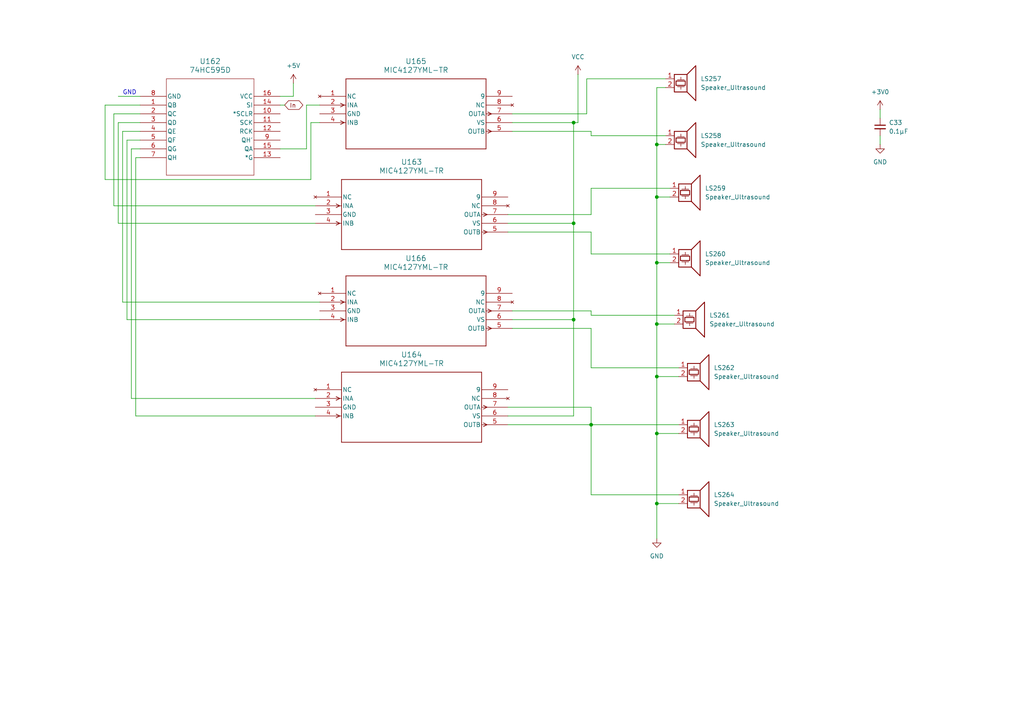
<source format=kicad_sch>
(kicad_sch (version 20250114) (generator "eeschema") (generator_version "9.0")
  (paper "A4")
  (lib_symbols
    (symbol "2025-12-28_09-02-17:MIC4127YML-TR" (pin_names (offset 0.254))
      (property "Reference" "U" (at 27.94 10.16 0))
      (property "Value" "MIC4127YML-TR" (at 27.94 7.62 0))
      (symbol "MIC4127YML-TR_0_1"
        (polyline (pts (xy 7.0993 -2.54) (xy 6.0579 -2.0193)) (stroke (width 0.2032)))
        (polyline (pts (xy 7.0993 -2.54) (xy 6.0579 -3.0607)) (stroke (width 0.2032)))
        (polyline (pts (xy 7.0993 -7.62) (xy 6.0579 -7.0993)) (stroke (width 0.2032)))
        (polyline (pts (xy 7.0993 -7.62) (xy 6.0579 -8.1407)) (stroke (width 0.2032)))
        (polyline (pts (xy 7.62 5.08) (xy 7.62 -15.24)) (stroke (width 0.2032)))
        (polyline (pts (xy 7.62 -15.24) (xy 48.26 -15.24)) (stroke (width 0.2032)))
        (polyline (pts (xy 48.26 5.08) (xy 7.62 5.08)) (stroke (width 0.2032)))
        (polyline (pts (xy 48.26 -15.24) (xy 48.26 5.08)) (stroke (width 0.2032)))
        (polyline (pts (xy 48.7807 -4.5593) (xy 49.8221 -5.08)) (stroke (width 0.2032)))
        (polyline (pts (xy 48.7807 -5.6007) (xy 49.8221 -5.08)) (stroke (width 0.2032)))
        (polyline (pts (xy 48.7807 -9.6393) (xy 49.8221 -10.16)) (stroke (width 0.2032)))
        (polyline (pts (xy 48.7807 -10.6807) (xy 49.8221 -10.16)) (stroke (width 0.2032)))
        (pin no_connect line (at 0 0 0) (length 7.62) (name "NC") (number "1"))
        (pin input line (at 0 -2.54 0) (length 7.62) (name "INA") (number "2"))
        (pin power_in line (at 0 -5.08 0) (length 7.62) (name "GND") (number "3"))
        (pin input line (at 0 -7.62 0) (length 7.62) (name "INB") (number "4"))
        (pin unspecified line (at 55.88 0 180) (length 7.62) (name "9") (number "9"))
        (pin no_connect line (at 55.88 -2.54 180) (length 7.62) (name "NC") (number "8"))
        (pin output line (at 55.88 -5.08 180) (length 7.62) (name "OUTA") (number "7"))
        (pin power_in line (at 55.88 -7.62 180) (length 7.62) (name "VS") (number "6"))
        (pin output line (at 55.88 -10.16 180) (length 7.62) (name "OUTB") (number "5"))
      )
    )
    (symbol "2025-12-28_09-22-42:74HC595D" (pin_names (offset 0.254))
      (property "Reference" "U" (at 20.32 10.16 0))
      (property "Value" "74HC595D" (at 20.32 7.62 0))
      (symbol "74HC595D_0_1"
        (polyline (pts (xy 7.62 5.08) (xy 7.62 -22.86)) (stroke (width 0.127)))
        (polyline (pts (xy 7.62 -22.86) (xy 33.02 -22.86)) (stroke (width 0.127)))
        (polyline (pts (xy 33.02 5.08) (xy 7.62 5.08)) (stroke (width 0.127)))
        (polyline (pts (xy 33.02 -22.86) (xy 33.02 5.08)) (stroke (width 0.127)))
        (pin power_out line (at 0 0 0) (length 7.62) (name "GND") (number "8"))
        (pin output line (at 0 -2.54 0) (length 7.62) (name "QB") (number "1"))
        (pin output line (at 0 -5.08 0) (length 7.62) (name "QC") (number "2"))
        (pin output line (at 0 -7.62 0) (length 7.62) (name "QD") (number "3"))
        (pin output line (at 0 -10.16 0) (length 7.62) (name "QE") (number "4"))
        (pin output line (at 0 -12.7 0) (length 7.62) (name "QF") (number "5"))
        (pin output line (at 0 -15.24 0) (length 7.62) (name "QG") (number "6"))
        (pin output line (at 0 -17.78 0) (length 7.62) (name "QH") (number "7"))
        (pin power_in line (at 40.64 0 180) (length 7.62) (name "VCC") (number "16"))
        (pin input line (at 40.64 -2.54 180) (length 7.62) (name "SI") (number "14"))
        (pin input line (at 40.64 -5.08 180) (length 7.62) (name "*SCLR") (number "10"))
        (pin input line (at 40.64 -7.62 180) (length 7.62) (name "SCK") (number "11"))
        (pin input line (at 40.64 -10.16 180) (length 7.62) (name "RCK") (number "12"))
        (pin output line (at 40.64 -12.7 180) (length 7.62) (name "QH'") (number "9"))
        (pin output line (at 40.64 -15.24 180) (length 7.62) (name "QA") (number "15"))
        (pin input line (at 40.64 -17.78 180) (length 7.62) (name "*G") (number "13"))
      )
    )
    (symbol "Device:C_Small" (pin_numbers (hide yes)) (pin_names (offset 0.254) (hide yes))
      (property "Reference" "C" (at 0.254 1.778 0))
      (property "Value" "C_Small" (at 0.254 -2.032 0))
      (symbol "C_Small_0_1"
        (polyline (pts (xy -1.524 0.508) (xy 1.524 0.508)) (stroke (width 0.3048)))
        (polyline (pts (xy -1.524 -0.508) (xy 1.524 -0.508)) (stroke (width 0.3302)))
      )
      (symbol "C_Small_1_1"
        (pin passive line (at 0 2.54 270) (length 2.032) (name "~") (number "1"))
        (pin passive line (at 0 -2.54 90) (length 2.032) (name "~") (number "2"))
      )
    )
    (symbol "Device:Speaker_Ultrasound" (pin_names (offset 0) (hide yes))
      (property "Reference" "LS" (at 0.635 5.715 0))
      (property "Value" "Speaker_Ultrasound" (at 0.635 3.81 0))
      (symbol "Speaker_Ultrasound_0_0"
        (rectangle (start -2.54 1.27) (end 1.143 -3.81) (stroke (width 0.254)))
        (rectangle (start -2.032 -0.635) (end 0.635 -1.905) (stroke (width 0.254)))
        (polyline (pts (xy -1.651 -0.254) (xy 0.381 -0.254)))
        (polyline (pts (xy -1.651 -2.286) (xy 0.381 -2.286)))
        (polyline (pts (xy -0.635 -0.254) (xy -0.635 0.508)))
        (polyline (pts (xy -0.635 -2.286) (xy -0.635 -3.048)))
        (polyline (pts (xy 1.143 1.27) (xy 3.683 3.81) (xy 3.683 -6.35) (xy 1.143 -3.81)) (stroke (width 0.254)))
      )
      (symbol "Speaker_Ultrasound_1_1"
        (pin input line (at -5.08 0 0) (length 2.54) (name "1") (number "1"))
        (pin input line (at -5.08 -2.54 0) (length 2.54) (name "2") (number "2"))
      )
    )
    (symbol "power:+3V0" (power) (pin_numbers (hide yes)) (pin_names (offset 0) (hide yes))
      (property "Value" "+3V0" (at 0 3.556 0))
      (symbol "+3V0_0_1"
        (polyline (pts (xy -0.762 1.27) (xy 0 2.54)))
        (polyline (pts (xy 0 2.54) (xy 0.762 1.27)))
        (polyline (pts (xy 0 0) (xy 0 2.54)))
      )
      (symbol "+3V0_1_1"
        (pin power_in line (at 0 0 90) (length 0) (name "~") (number "1"))
      )
    )
    (symbol "power:+5V" (power) (pin_numbers (hide yes)) (pin_names (offset 0) (hide yes))
      (property "Value" "+5V" (at 0 3.556 0))
      (symbol "+5V_0_1"
        (polyline (pts (xy -0.762 1.27) (xy 0 2.54)))
        (polyline (pts (xy 0 2.54) (xy 0.762 1.27)))
        (polyline (pts (xy 0 0) (xy 0 2.54)))
      )
      (symbol "+5V_1_1"
        (pin power_in line (at 0 0 90) (length 0) (name "~") (number "1"))
      )
    )
    (symbol "power:GND" (power) (pin_numbers (hide yes)) (pin_names (offset 0) (hide yes))
      (property "Value" "GND" (at 0 -3.81 0))
      (symbol "GND_0_1"
        (polyline (pts (xy 0 0) (xy 0 -1.27) (xy 1.27 -1.27) (xy 0 -2.54) (xy -1.27 -1.27) (xy 0 -1.27)))
      )
      (symbol "GND_1_1"
        (pin power_in line (at 0 0 270) (length 0) (name "~") (number "1"))
      )
    )
    (symbol "power:VCC" (power) (pin_numbers (hide yes)) (pin_names (offset 0) (hide yes))
      (property "Value" "VCC" (at 0 3.556 0))
      (symbol "VCC_0_1"
        (polyline (pts (xy -0.762 1.27) (xy 0 2.54)))
        (polyline (pts (xy 0 2.54) (xy 0.762 1.27)))
        (polyline (pts (xy 0 0) (xy 0 2.54)))
      )
      (symbol "VCC_1_1"
        (pin power_in line (at 0 0 90) (length 0) (name "~") (number "1"))
      )
    )
  )
  (text "GND" (at 37.592 26.924 0) (effects (font (size 1.27 1.27))))
  (junction (at 166.37 64.77))
  (junction (at 190.5 109.22))
  (junction (at 190.5 41.91))
  (junction (at 166.37 92.71))
  (junction (at 190.5 125.73))
  (junction (at 171.45 123.19))
  (junction (at 190.5 57.15))
  (junction (at 190.5 76.2))
  (junction (at 190.5 146.05))
  (junction (at 166.37 35.56))
  (junction (at 190.5 93.98))
  (wire (pts (xy 190.5 57.15) (xy 190.5 76.2)))
  (wire (pts (xy 40.64 43.18) (xy 38.1 43.18)))
  (wire (pts (xy 171.45 62.23) (xy 171.45 54.61)))
  (wire (pts (xy 190.5 25.4) (xy 190.5 41.91)))
  (wire (pts (xy 190.5 146.05) (xy 190.5 156.21)))
  (wire (pts (xy 148.59 33.02) (xy 170.18 33.02)))
  (wire (pts (xy 33.02 33.02) (xy 33.02 59.69)))
  (wire (pts (xy 39.37 120.65) (xy 91.44 120.65)))
  (wire (pts (xy 190.5 109.22) (xy 196.85 109.22)))
  (wire (pts (xy 171.45 73.66) (xy 194.31 73.66)))
  (wire (pts (xy 167.64 21.59) (xy 167.64 35.56)))
  (wire (pts (xy 147.32 120.65) (xy 166.37 120.65)))
  (wire (pts (xy 148.59 90.17) (xy 171.45 90.17)))
  (wire (pts (xy 171.45 54.61) (xy 194.31 54.61)))
  (wire (pts (xy 148.59 38.1) (xy 171.45 38.1)))
  (wire (pts (xy 190.5 76.2) (xy 190.5 93.98)))
  (wire (pts (xy 193.04 25.4) (xy 190.5 25.4)))
  (wire (pts (xy 35.56 38.1) (xy 35.56 87.63)))
  (wire (pts (xy 171.45 95.25) (xy 171.45 106.68)))
  (wire (pts (xy 40.64 35.56) (xy 34.29 35.56)))
  (wire (pts (xy 255.27 31.75) (xy 255.27 34.29)))
  (wire (pts (xy 171.45 38.1) (xy 171.45 39.37)))
  (wire (pts (xy 166.37 35.56) (xy 166.37 64.77)))
  (wire (pts (xy 40.64 38.1) (xy 35.56 38.1)))
  (wire (pts (xy 40.64 30.48) (xy 30.48 30.48)))
  (wire (pts (xy 148.59 92.71) (xy 166.37 92.71)))
  (wire (pts (xy 88.9 30.48) (xy 92.71 30.48)))
  (wire (pts (xy 170.18 33.02) (xy 170.18 22.86)))
  (wire (pts (xy 34.29 27.94) (xy 40.64 27.94)))
  (wire (pts (xy 38.1 43.18) (xy 38.1 115.57)))
  (wire (pts (xy 190.5 57.15) (xy 194.31 57.15)))
  (wire (pts (xy 147.32 67.31) (xy 171.45 67.31)))
  (wire (pts (xy 34.29 35.56) (xy 34.29 64.77)))
  (wire (pts (xy 30.48 30.48) (xy 30.48 52.07)))
  (wire (pts (xy 81.28 43.18) (xy 88.9 43.18)))
  (wire (pts (xy 90.17 52.07) (xy 90.17 35.56)))
  (wire (pts (xy 190.5 109.22) (xy 190.5 125.73)))
  (wire (pts (xy 40.64 40.64) (xy 36.83 40.64)))
  (wire (pts (xy 171.45 106.68) (xy 196.85 106.68)))
  (wire (pts (xy 88.9 43.18) (xy 88.9 30.48)))
  (wire (pts (xy 190.5 93.98) (xy 195.58 93.98)))
  (wire (pts (xy 40.64 33.02) (xy 33.02 33.02)))
  (wire (pts (xy 166.37 92.71) (xy 166.37 120.65)))
  (wire (pts (xy 147.32 118.11) (xy 171.45 118.11)))
  (wire (pts (xy 147.32 64.77) (xy 166.37 64.77)))
  (wire (pts (xy 190.5 93.98) (xy 190.5 109.22)))
  (wire (pts (xy 190.5 125.73) (xy 190.5 146.05)))
  (wire (pts (xy 196.85 146.05) (xy 190.5 146.05)))
  (wire (pts (xy 166.37 35.56) (xy 167.64 35.56)))
  (wire (pts (xy 170.18 22.86) (xy 193.04 22.86)))
  (wire (pts (xy 255.27 39.37) (xy 255.27 41.91)))
  (wire (pts (xy 35.56 87.63) (xy 92.71 87.63)))
  (wire (pts (xy 171.45 39.37) (xy 193.04 39.37)))
  (wire (pts (xy 90.17 35.56) (xy 92.71 35.56)))
  (wire (pts (xy 171.45 90.17) (xy 171.45 91.44)))
  (wire (pts (xy 38.1 115.57) (xy 91.44 115.57)))
  (wire (pts (xy 166.37 64.77) (xy 166.37 92.71)))
  (wire (pts (xy 81.28 27.94) (xy 85.09 27.94)))
  (wire (pts (xy 190.5 76.2) (xy 194.31 76.2)))
  (wire (pts (xy 148.59 95.25) (xy 171.45 95.25)))
  (wire (pts (xy 190.5 125.73) (xy 196.85 125.73)))
  (wire (pts (xy 40.64 45.72) (xy 39.37 45.72)))
  (wire (pts (xy 171.45 143.51) (xy 196.85 143.51)))
  (wire (pts (xy 171.45 67.31) (xy 171.45 73.66)))
  (wire (pts (xy 171.45 91.44) (xy 195.58 91.44)))
  (wire (pts (xy 147.32 123.19) (xy 171.45 123.19)))
  (wire (pts (xy 36.83 92.71) (xy 92.71 92.71)))
  (wire (pts (xy 190.5 41.91) (xy 193.04 41.91)))
  (wire (pts (xy 36.83 40.64) (xy 36.83 92.71)))
  (wire (pts (xy 39.37 45.72) (xy 39.37 120.65)))
  (wire (pts (xy 85.09 24.13) (xy 85.09 27.94)))
  (wire (pts (xy 148.59 35.56) (xy 166.37 35.56)))
  (wire (pts (xy 34.29 64.77) (xy 91.44 64.77)))
  (wire (pts (xy 171.45 118.11) (xy 171.45 123.19)))
  (wire (pts (xy 171.45 123.19) (xy 171.45 143.51)))
  (wire (pts (xy 190.5 41.91) (xy 190.5 57.15)))
  (wire (pts (xy 147.32 62.23) (xy 171.45 62.23)))
  (wire (pts (xy 81.28 30.48) (xy 82.55 30.48)))
  (wire (pts (xy 33.02 59.69) (xy 91.44 59.69)))
  (wire (pts (xy 171.45 123.19) (xy 196.85 123.19)))
  (wire (pts (xy 30.48 52.07) (xy 90.17 52.07)))
  (global_label "In" (shape bidirectional) (at 82.55 30.48 0) (property "Intersheetrefs" "${INTERSHEET_REFS}" (effects (hide yes))))
  (symbol (lib_id "power:+5V") (at 85.09 24.13 0) (unit 1)
    (property "Reference" "#PWR0161" (effects (hide yes)))
    (property "Value" "+5V" (at 85.09 19.05 0))
    (property "Description" "Power symbol creates a global label with name \"+5V\"" (effects (hide yes)))
  )
  (symbol (lib_id "Device:Speaker_Ultrasound") (at 201.93 123.19 0) (unit 1)
    (property "Reference" "LS263" (at 207.01 123.1899 0) (effects (justify left)))
    (property "Value" "Speaker_Ultrasound" (at 207.01 125.7299 0) (effects (justify left)))
    (property "Description" "Ultrasonic transducer" (effects (hide yes)))
  )
  (symbol (lib_id "2025-12-28_09-22-42:74HC595D") (at 40.64 27.94 0) (unit 1)
    (property "Reference" "U162" (at 60.96 17.78 0) (effects (font (size 1.524 1.524))))
    (property "Value" "74HC595D" (at 60.96 20.32 0) (effects (font (size 1.524 1.524))))
    (property "Footprint" "SOIC16_TOS" (effects (hide yes)))
    (property "Datasheet" "https://toshiba.semicon-storage.com/info/docget.jsp?did=36768&prodName=74HC595D" (effects (hide yes)))
  )
  (symbol (lib_id "2025-12-28_09-02-17:MIC4127YML-TR") (at 91.44 57.15 0) (unit 1)
    (property "Reference" "U163" (at 119.38 46.99 0) (effects (font (size 1.524 1.524))))
    (property "Value" "MIC4127YML-TR" (at 119.38 49.53 0) (effects (font (size 1.524 1.524))))
    (property "Footprint" "MLF-8_ML_MCH" (effects (hide yes)))
    (property "Datasheet" "MIC4127YML-TR" (effects (hide yes)))
  )
  (symbol (lib_id "power:GND") (at 255.27 41.91 0) (unit 1)
    (property "Reference" "#PWR0165" (effects (hide yes)))
    (property "Value" "GND" (at 255.27 46.99 0))
    (property "Description" "Power symbol creates a global label with name \"GND\" , ground" (effects (hide yes)))
  )
  (symbol (lib_id "2025-12-28_09-02-17:MIC4127YML-TR") (at 92.71 27.94 0) (unit 1)
    (property "Reference" "U165" (at 120.65 17.78 0) (effects (font (size 1.524 1.524))))
    (property "Value" "MIC4127YML-TR" (at 120.65 20.32 0) (effects (font (size 1.524 1.524))))
    (property "Footprint" "MLF-8_ML_MCH" (effects (hide yes)))
    (property "Datasheet" "MIC4127YML-TR" (effects (hide yes)))
  )
  (symbol (lib_id "Device:Speaker_Ultrasound") (at 198.12 39.37 0) (unit 1)
    (property "Reference" "LS258" (at 203.2 39.3699 0) (effects (justify left)))
    (property "Value" "Speaker_Ultrasound" (at 203.2 41.9099 0) (effects (justify left)))
    (property "Description" "Ultrasonic transducer" (effects (hide yes)))
  )
  (symbol (lib_id "Device:Speaker_Ultrasound") (at 199.39 73.66 0) (unit 1)
    (property "Reference" "LS260" (at 204.47 73.6599 0) (effects (justify left)))
    (property "Value" "Speaker_Ultrasound" (at 204.47 76.1999 0) (effects (justify left)))
    (property "Description" "Ultrasonic transducer" (effects (hide yes)))
  )
  (symbol (lib_id "2025-12-28_09-02-17:MIC4127YML-TR") (at 91.44 113.03 0) (unit 1)
    (property "Reference" "U164" (at 119.38 102.87 0) (effects (font (size 1.524 1.524))))
    (property "Value" "MIC4127YML-TR" (at 119.38 105.41 0) (effects (font (size 1.524 1.524))))
    (property "Footprint" "MLF-8_ML_MCH" (effects (hide yes)))
    (property "Datasheet" "MIC4127YML-TR" (effects (hide yes)))
  )
  (symbol (lib_id "power:GND") (at 190.5 156.21 0) (unit 1)
    (property "Reference" "#PWR0163" (effects (hide yes)))
    (property "Value" "GND" (at 190.5 161.29 0))
    (property "Description" "Power symbol creates a global label with name \"GND\" , ground" (effects (hide yes)))
  )
  (symbol (lib_id "Device:Speaker_Ultrasound") (at 198.12 22.86 0) (unit 1)
    (property "Reference" "LS257" (at 203.2 22.8599 0) (effects (justify left)))
    (property "Value" "Speaker_Ultrasound" (at 203.2 25.3999 0) (effects (justify left)))
    (property "Description" "Ultrasonic transducer" (effects (hide yes)))
  )
  (symbol (lib_id "Device:Speaker_Ultrasound") (at 199.39 54.61 0) (unit 1)
    (property "Reference" "LS259" (at 204.47 54.6099 0) (effects (justify left)))
    (property "Value" "Speaker_Ultrasound" (at 204.47 57.1499 0) (effects (justify left)))
    (property "Description" "Ultrasonic transducer" (effects (hide yes)))
  )
  (symbol (lib_id "2025-12-28_09-02-17:MIC4127YML-TR") (at 92.71 85.09 0) (unit 1)
    (property "Reference" "U166" (at 120.65 74.93 0) (effects (font (size 1.524 1.524))))
    (property "Value" "MIC4127YML-TR" (at 120.65 77.47 0) (effects (font (size 1.524 1.524))))
    (property "Footprint" "MLF-8_ML_MCH" (effects (hide yes)))
    (property "Datasheet" "MIC4127YML-TR" (effects (hide yes)))
  )
  (symbol (lib_id "power:VCC") (at 167.64 21.59 0) (unit 1)
    (property "Reference" "#PWR0162" (effects (hide yes)))
    (property "Value" "VCC" (at 167.64 16.51 0))
    (property "Description" "Power symbol creates a global label with name \"VCC\"" (effects (hide yes)))
  )
  (symbol (lib_id "Device:Speaker_Ultrasound") (at 201.93 143.51 0) (unit 1)
    (property "Reference" "LS264" (at 207.01 143.5099 0) (effects (justify left)))
    (property "Value" "Speaker_Ultrasound" (at 207.01 146.0499 0) (effects (justify left)))
    (property "Description" "Ultrasonic transducer" (effects (hide yes)))
  )
  (symbol (lib_id "power:+3V0") (at 255.27 31.75 0) (unit 1)
    (property "Reference" "#PWR0164" (effects (hide yes)))
    (property "Value" "+3V0" (at 255.27 26.67 0))
    (property "Description" "Power symbol creates a global label with name \"+3V0\"" (effects (hide yes)))
  )
  (symbol (lib_id "Device:Speaker_Ultrasound") (at 201.93 106.68 0) (unit 1)
    (property "Reference" "LS262" (at 207.01 106.6799 0) (effects (justify left)))
    (property "Value" "Speaker_Ultrasound" (at 207.01 109.2199 0) (effects (justify left)))
    (property "Description" "Ultrasonic transducer" (effects (hide yes)))
  )
  (symbol (lib_id "Device:C_Small") (at 255.27 36.83 0) (unit 1)
    (property "Reference" "C33" (at 257.81 35.5662 0) (effects (justify left)))
    (property "Value" "0.1μF" (at 257.81 38.1062 0) (effects (justify left)))
    (property "Description" "Unpolarized capacitor, small symbol" (effects (hide yes)))
  )
  (symbol (lib_id "Device:Speaker_Ultrasound") (at 200.66 91.44 0) (unit 1)
    (property "Reference" "LS261" (at 205.74 91.4399 0) (effects (justify left)))
    (property "Value" "Speaker_Ultrasound" (at 205.74 93.9799 0) (effects (justify left)))
    (property "Description" "Ultrasonic transducer" (effects (hide yes)))
  )
)
</source>
